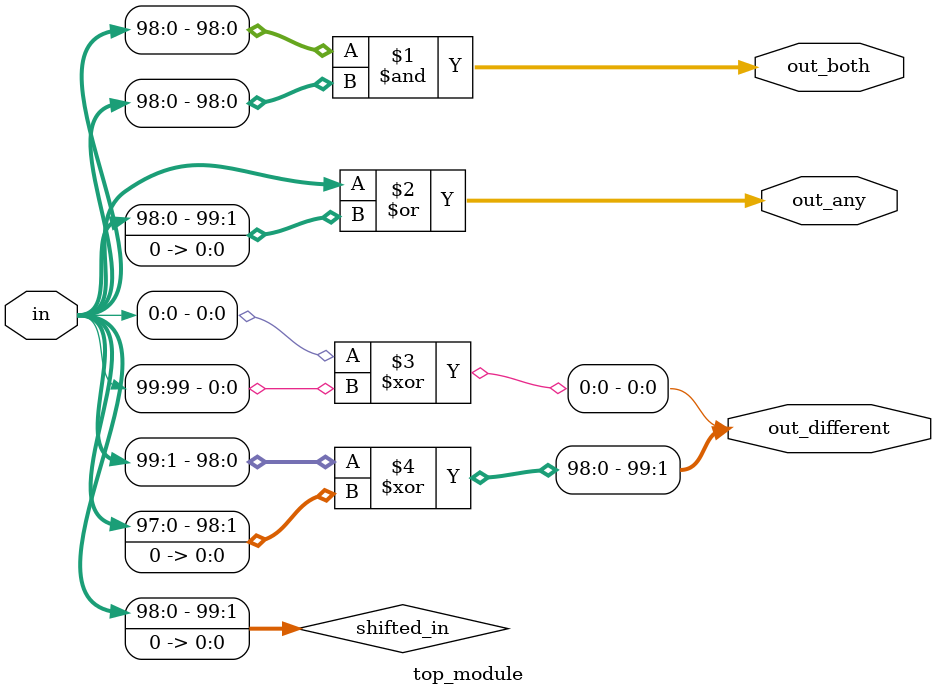
<source format=sv>
module top_module (
    input [99:0] in,
    output [98:0] out_both,
    output [99:0] out_any,
    output [99:0] out_different
);

    wire [99:0] shifted_in;

    // Shifted input signal
    assign shifted_in = {in[98:0], 1'b0};  // Shift left by 1 bit

    // Generate out_both signal
    assign out_both = in[98:0] & shifted_in[99:1];

    // Generate out_any signal
    assign out_any = in | shifted_in;

    // Generate out_different signal
    assign out_different[0] = in[0] ^ in[99];
    assign out_different[99:1] = in[99:1] ^ shifted_in[98:0];

endmodule

</source>
